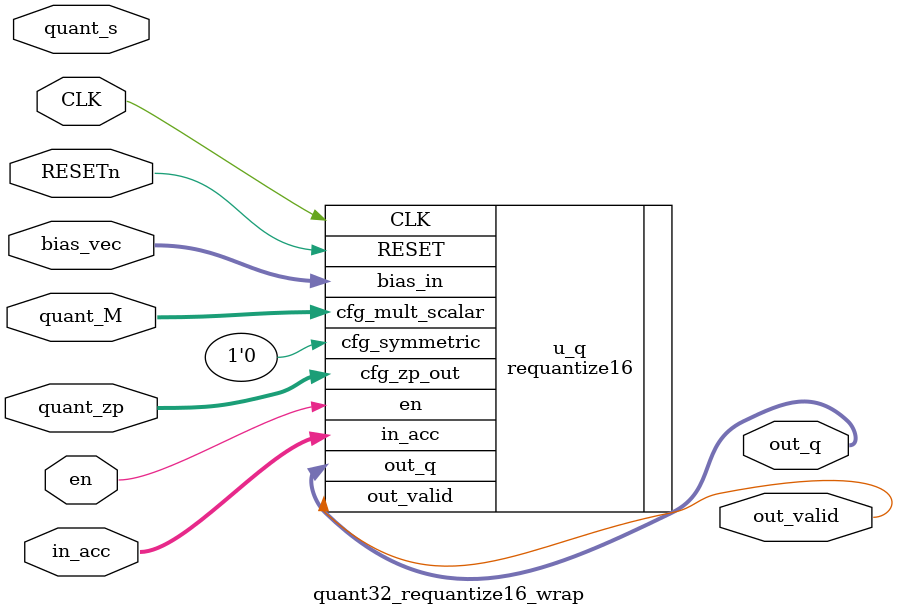
<source format=v>
`timescale 1ns / 1ps

module quant32_requantize16_wrap (
  input  wire               CLK,
  input  wire               RESETn,

  input  wire               en,
  input  wire [1023:0]      in_acc,
  input  wire [1023:0]      bias_vec,

  input  wire signed [15:0] quant_M,
  input  wire [5:0]         quant_s,
  input  wire signed [7:0]  quant_zp,

  output wire [255:0]       out_q,
  output wire               out_valid
);

  requantize16 #(.LANES(32)) u_q (
    .CLK(CLK),
    .RESET(RESETn),
    .en(en),
    .in_acc(in_acc),
    .bias_in(bias_vec),
    .cfg_mult_scalar(quant_M),
   // .cfg_shift_scalar(quant_s),
    .cfg_symmetric(1'b0),
    .cfg_zp_out(quant_zp),
    .out_q(out_q),
    .out_valid(out_valid)
  );

endmodule
</source>
